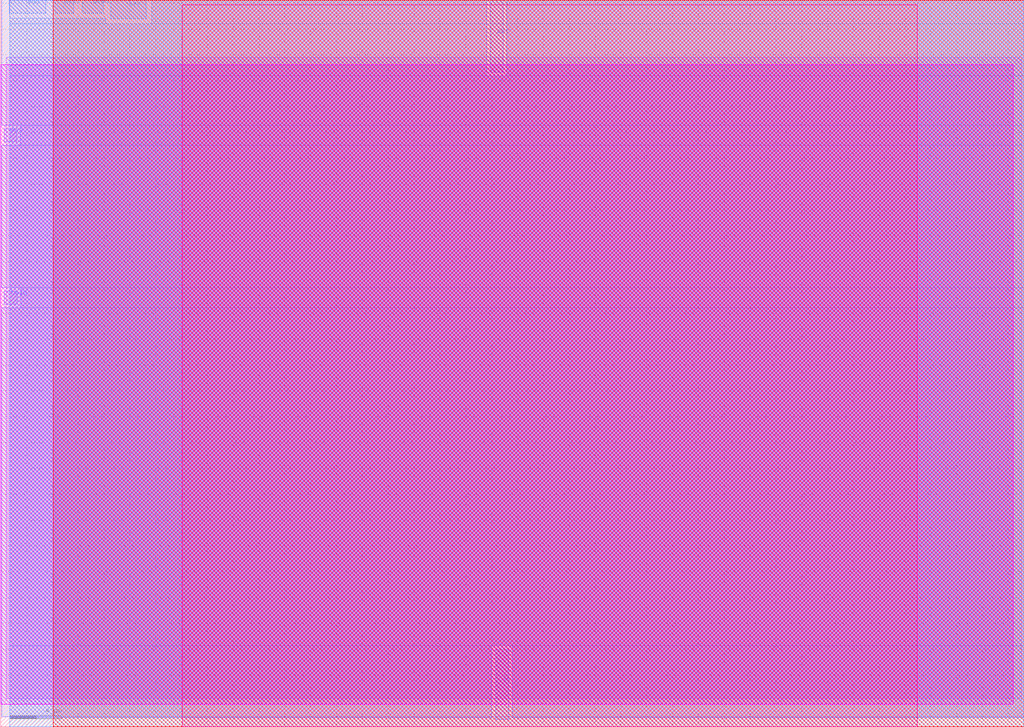
<source format=lef>
VERSION 5.7 ;
  NOWIREEXTENSIONATPIN ON ;
  DIVIDERCHAR "/" ;
  BUSBITCHARS "[]" ;
MACRO sky130_ef_ip__samplehold
  CLASS BLOCK ;
  FOREIGN sky130_ef_ip__samplehold ;
  ORIGIN 0.000 0.000 ;
  SIZE 79.225 BY 56.275 ;
  PIN out
    ANTENNAGATEAREA 2.400000 ;
    ANTENNADIFFAREA 48.430000 ;
    PORT
      LAYER met2 ;
        RECT 37.890 50.670 38.890 56.245 ;
    END
  END out
  PIN vdd
    ANTENNADIFFAREA 357.060181 ;
    PORT
      LAYER met3 ;
        RECT 0.665 55.230 3.470 56.275 ;
    END
  END vdd
  PIN hold
    ANTENNAGATEAREA 0.612000 ;
    ANTENNADIFFAREA 0.360000 ;
    PORT
      LAYER met1 ;
        RECT 0.260 32.695 1.260 33.695 ;
    END
  END hold
  PIN in
    ANTENNAGATEAREA 2.602500 ;
    ANTENNADIFFAREA 0.202500 ;
    PORT
      LAYER met2 ;
        RECT 38.305 0.595 39.305 6.000 ;
    END
  END in
  PIN vss
    ANTENNADIFFAREA 99.359795 ;
    PORT
      LAYER met3 ;
        RECT 8.510 54.805 11.280 56.265 ;
    END
  END vss
  PIN dvdd
    ANTENNADIFFAREA 1.965600 ;
    PORT
      LAYER met3 ;
        RECT 6.315 55.240 7.915 56.250 ;
    END
  END dvdd
  PIN dvss
    ANTENNADIFFAREA 70.626900 ;
    PORT
      LAYER met3 ;
        RECT 4.065 55.230 5.665 56.270 ;
    END
  END dvss
  PIN ena
    ANTENNAGATEAREA 0.612000 ;
    ANTENNADIFFAREA 0.360000 ;
    PORT
      LAYER met1 ;
        RECT 0.260 45.275 1.245 46.275 ;
    END
  END ena
  OBS
      LAYER nwell ;
        RECT 0.000 1.750 78.385 51.225 ;
      LAYER li1 ;
        RECT 0.430 2.180 79.050 51.840 ;
      LAYER met1 ;
        RECT 0.085 46.555 79.200 56.275 ;
        RECT 1.525 44.995 79.200 46.555 ;
        RECT 0.085 33.975 79.200 44.995 ;
        RECT 1.540 32.415 79.200 33.975 ;
        RECT 0.085 0.765 79.200 32.415 ;
      LAYER met2 ;
        RECT 0.690 50.390 37.610 56.225 ;
        RECT 39.170 50.390 79.185 56.225 ;
        RECT 0.690 6.280 79.185 50.390 ;
        RECT 0.690 0.680 38.025 6.280 ;
        RECT 39.585 0.680 79.185 6.280 ;
      LAYER met3 ;
        RECT 6.065 54.830 8.110 54.840 ;
        RECT 0.690 54.405 8.110 54.830 ;
        RECT 11.680 54.405 79.185 56.265 ;
        RECT 0.690 0.000 79.185 54.405 ;
      LAYER met4 ;
        RECT 4.065 0.000 79.225 56.230 ;
      LAYER met5 ;
        RECT 14.065 0.000 70.955 55.890 ;
  END
END sky130_ef_ip__samplehold
END LIBRARY


</source>
